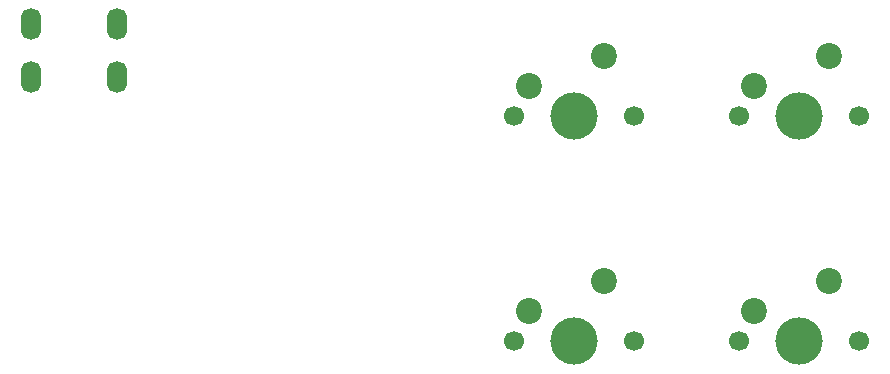
<source format=gts>
G04 #@! TF.GenerationSoftware,KiCad,Pcbnew,(6.0.11)*
G04 #@! TF.CreationDate,2023-02-25T22:20:46-07:00*
G04 #@! TF.ProjectId,Stubborness,53747562-626f-4726-9e65-73732e6b6963,rev?*
G04 #@! TF.SameCoordinates,Original*
G04 #@! TF.FileFunction,Soldermask,Top*
G04 #@! TF.FilePolarity,Negative*
%FSLAX46Y46*%
G04 Gerber Fmt 4.6, Leading zero omitted, Abs format (unit mm)*
G04 Created by KiCad (PCBNEW (6.0.11)) date 2023-02-25 22:20:46*
%MOMM*%
%LPD*%
G01*
G04 APERTURE LIST*
%ADD10C,1.700000*%
%ADD11C,4.000000*%
%ADD12C,2.200000*%
%ADD13O,1.700000X2.700000*%
G04 APERTURE END LIST*
D10*
G04 #@! TO.C,MX4*
X103505000Y-153987500D03*
X93345000Y-153987500D03*
D11*
X98425000Y-153987500D03*
D12*
X100965000Y-148907500D03*
X94615000Y-151447500D03*
G04 #@! TD*
D10*
G04 #@! TO.C,MX3*
X74295000Y-153987500D03*
X84455000Y-153987500D03*
D11*
X79375000Y-153987500D03*
D12*
X81915000Y-148907500D03*
X75565000Y-151447500D03*
G04 #@! TD*
D10*
G04 #@! TO.C,MX1*
X84455000Y-134937500D03*
D11*
X79375000Y-134937500D03*
D10*
X74295000Y-134937500D03*
D12*
X81915000Y-129857500D03*
X75565000Y-132397500D03*
G04 #@! TD*
D11*
G04 #@! TO.C,MX2*
X98425000Y-134937500D03*
D10*
X93345000Y-134937500D03*
X103505000Y-134937500D03*
D12*
X100965000Y-129857500D03*
X94615000Y-132397500D03*
G04 #@! TD*
D13*
G04 #@! TO.C,USB1*
X40734000Y-131627000D03*
X33434000Y-127127000D03*
X40734000Y-127127000D03*
X33434000Y-131627000D03*
G04 #@! TD*
M02*

</source>
